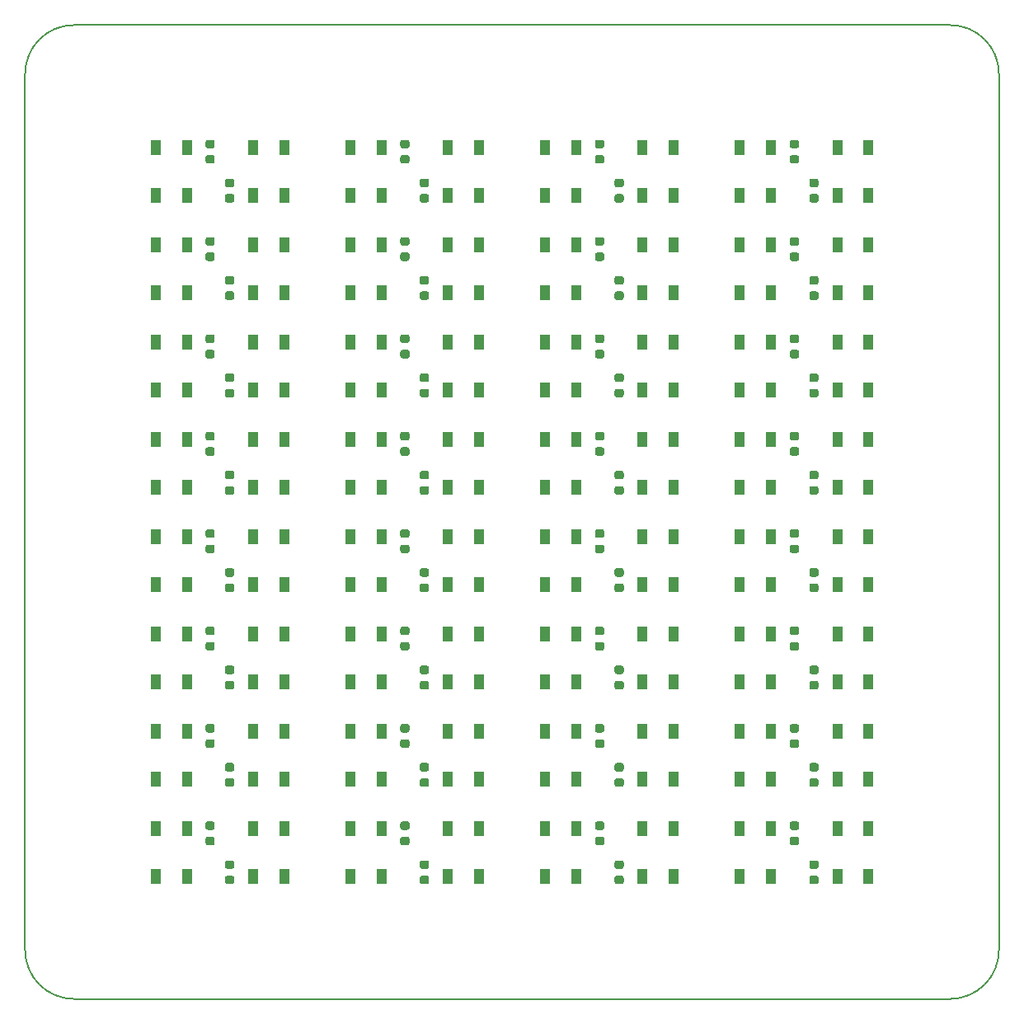
<source format=gbr>
%TF.GenerationSoftware,KiCad,Pcbnew,(5.1.6)-1*%
%TF.CreationDate,2020-12-06T17:28:13+01:00*%
%TF.ProjectId,04_La_Plaque_LEDS,30345f4c-615f-4506-9c61-7175655f4c45,rev?*%
%TF.SameCoordinates,Original*%
%TF.FileFunction,Paste,Top*%
%TF.FilePolarity,Positive*%
%FSLAX46Y46*%
G04 Gerber Fmt 4.6, Leading zero omitted, Abs format (unit mm)*
G04 Created by KiCad (PCBNEW (5.1.6)-1) date 2020-12-06 17:28:13*
%MOMM*%
%LPD*%
G01*
G04 APERTURE LIST*
%TA.AperFunction,Profile*%
%ADD10C,0.150000*%
%TD*%
%ADD11R,1.000000X1.500000*%
G04 APERTURE END LIST*
D10*
X195000000Y-55000000D02*
G75*
G02*
X200000000Y-60000000I0J-5000000D01*
G01*
X200000000Y-150000000D02*
G75*
G02*
X195000000Y-155000000I-5000000J0D01*
G01*
X105000000Y-155000000D02*
G75*
G02*
X100000000Y-150000000I0J5000000D01*
G01*
X100000000Y-60000000D02*
G75*
G02*
X105000000Y-55000000I5000000J0D01*
G01*
X100000000Y-150000000D02*
X100000000Y-60000000D01*
X195000000Y-155000000D02*
X105000000Y-155000000D01*
X200000000Y-60000000D02*
X200000000Y-150000000D01*
X105000000Y-55000000D02*
X195000000Y-55000000D01*
%TO.C,C20*%
G36*
G01*
X138743750Y-106775000D02*
X139256250Y-106775000D01*
G75*
G02*
X139475000Y-106993750I0J-218750D01*
G01*
X139475000Y-107431250D01*
G75*
G02*
X139256250Y-107650000I-218750J0D01*
G01*
X138743750Y-107650000D01*
G75*
G02*
X138525000Y-107431250I0J218750D01*
G01*
X138525000Y-106993750D01*
G75*
G02*
X138743750Y-106775000I218750J0D01*
G01*
G37*
G36*
G01*
X138743750Y-108350000D02*
X139256250Y-108350000D01*
G75*
G02*
X139475000Y-108568750I0J-218750D01*
G01*
X139475000Y-109006250D01*
G75*
G02*
X139256250Y-109225000I-218750J0D01*
G01*
X138743750Y-109225000D01*
G75*
G02*
X138525000Y-109006250I0J218750D01*
G01*
X138525000Y-108568750D01*
G75*
G02*
X138743750Y-108350000I218750J0D01*
G01*
G37*
%TD*%
%TO.C,C11*%
G36*
G01*
X121256250Y-91650000D02*
X120743750Y-91650000D01*
G75*
G02*
X120525000Y-91431250I0J218750D01*
G01*
X120525000Y-90993750D01*
G75*
G02*
X120743750Y-90775000I218750J0D01*
G01*
X121256250Y-90775000D01*
G75*
G02*
X121475000Y-90993750I0J-218750D01*
G01*
X121475000Y-91431250D01*
G75*
G02*
X121256250Y-91650000I-218750J0D01*
G01*
G37*
G36*
G01*
X121256250Y-93225000D02*
X120743750Y-93225000D01*
G75*
G02*
X120525000Y-93006250I0J218750D01*
G01*
X120525000Y-92568750D01*
G75*
G02*
X120743750Y-92350000I218750J0D01*
G01*
X121256250Y-92350000D01*
G75*
G02*
X121475000Y-92568750I0J-218750D01*
G01*
X121475000Y-93006250D01*
G75*
G02*
X121256250Y-93225000I-218750J0D01*
G01*
G37*
%TD*%
%TO.C,C15*%
G36*
G01*
X121256250Y-131650000D02*
X120743750Y-131650000D01*
G75*
G02*
X120525000Y-131431250I0J218750D01*
G01*
X120525000Y-130993750D01*
G75*
G02*
X120743750Y-130775000I218750J0D01*
G01*
X121256250Y-130775000D01*
G75*
G02*
X121475000Y-130993750I0J-218750D01*
G01*
X121475000Y-131431250D01*
G75*
G02*
X121256250Y-131650000I-218750J0D01*
G01*
G37*
G36*
G01*
X121256250Y-133225000D02*
X120743750Y-133225000D01*
G75*
G02*
X120525000Y-133006250I0J218750D01*
G01*
X120525000Y-132568750D01*
G75*
G02*
X120743750Y-132350000I218750J0D01*
G01*
X121256250Y-132350000D01*
G75*
G02*
X121475000Y-132568750I0J-218750D01*
G01*
X121475000Y-133006250D01*
G75*
G02*
X121256250Y-133225000I-218750J0D01*
G01*
G37*
%TD*%
%TO.C,C25*%
G36*
G01*
X141256250Y-71650000D02*
X140743750Y-71650000D01*
G75*
G02*
X140525000Y-71431250I0J218750D01*
G01*
X140525000Y-70993750D01*
G75*
G02*
X140743750Y-70775000I218750J0D01*
G01*
X141256250Y-70775000D01*
G75*
G02*
X141475000Y-70993750I0J-218750D01*
G01*
X141475000Y-71431250D01*
G75*
G02*
X141256250Y-71650000I-218750J0D01*
G01*
G37*
G36*
G01*
X141256250Y-73225000D02*
X140743750Y-73225000D01*
G75*
G02*
X140525000Y-73006250I0J218750D01*
G01*
X140525000Y-72568750D01*
G75*
G02*
X140743750Y-72350000I218750J0D01*
G01*
X141256250Y-72350000D01*
G75*
G02*
X141475000Y-72568750I0J-218750D01*
G01*
X141475000Y-73006250D01*
G75*
G02*
X141256250Y-73225000I-218750J0D01*
G01*
G37*
%TD*%
%TO.C,C35*%
G36*
G01*
X158743750Y-116775000D02*
X159256250Y-116775000D01*
G75*
G02*
X159475000Y-116993750I0J-218750D01*
G01*
X159475000Y-117431250D01*
G75*
G02*
X159256250Y-117650000I-218750J0D01*
G01*
X158743750Y-117650000D01*
G75*
G02*
X158525000Y-117431250I0J218750D01*
G01*
X158525000Y-116993750D01*
G75*
G02*
X158743750Y-116775000I218750J0D01*
G01*
G37*
G36*
G01*
X158743750Y-118350000D02*
X159256250Y-118350000D01*
G75*
G02*
X159475000Y-118568750I0J-218750D01*
G01*
X159475000Y-119006250D01*
G75*
G02*
X159256250Y-119225000I-218750J0D01*
G01*
X158743750Y-119225000D01*
G75*
G02*
X158525000Y-119006250I0J218750D01*
G01*
X158525000Y-118568750D01*
G75*
G02*
X158743750Y-118350000I218750J0D01*
G01*
G37*
%TD*%
%TO.C,C5*%
G36*
G01*
X118743750Y-98350000D02*
X119256250Y-98350000D01*
G75*
G02*
X119475000Y-98568750I0J-218750D01*
G01*
X119475000Y-99006250D01*
G75*
G02*
X119256250Y-99225000I-218750J0D01*
G01*
X118743750Y-99225000D01*
G75*
G02*
X118525000Y-99006250I0J218750D01*
G01*
X118525000Y-98568750D01*
G75*
G02*
X118743750Y-98350000I218750J0D01*
G01*
G37*
G36*
G01*
X118743750Y-96775000D02*
X119256250Y-96775000D01*
G75*
G02*
X119475000Y-96993750I0J-218750D01*
G01*
X119475000Y-97431250D01*
G75*
G02*
X119256250Y-97650000I-218750J0D01*
G01*
X118743750Y-97650000D01*
G75*
G02*
X118525000Y-97431250I0J218750D01*
G01*
X118525000Y-96993750D01*
G75*
G02*
X118743750Y-96775000I218750J0D01*
G01*
G37*
%TD*%
%TO.C,C12*%
G36*
G01*
X121256250Y-101650000D02*
X120743750Y-101650000D01*
G75*
G02*
X120525000Y-101431250I0J218750D01*
G01*
X120525000Y-100993750D01*
G75*
G02*
X120743750Y-100775000I218750J0D01*
G01*
X121256250Y-100775000D01*
G75*
G02*
X121475000Y-100993750I0J-218750D01*
G01*
X121475000Y-101431250D01*
G75*
G02*
X121256250Y-101650000I-218750J0D01*
G01*
G37*
G36*
G01*
X121256250Y-103225000D02*
X120743750Y-103225000D01*
G75*
G02*
X120525000Y-103006250I0J218750D01*
G01*
X120525000Y-102568750D01*
G75*
G02*
X120743750Y-102350000I218750J0D01*
G01*
X121256250Y-102350000D01*
G75*
G02*
X121475000Y-102568750I0J-218750D01*
G01*
X121475000Y-103006250D01*
G75*
G02*
X121256250Y-103225000I-218750J0D01*
G01*
G37*
%TD*%
%TO.C,C22*%
G36*
G01*
X138743750Y-86775000D02*
X139256250Y-86775000D01*
G75*
G02*
X139475000Y-86993750I0J-218750D01*
G01*
X139475000Y-87431250D01*
G75*
G02*
X139256250Y-87650000I-218750J0D01*
G01*
X138743750Y-87650000D01*
G75*
G02*
X138525000Y-87431250I0J218750D01*
G01*
X138525000Y-86993750D01*
G75*
G02*
X138743750Y-86775000I218750J0D01*
G01*
G37*
G36*
G01*
X138743750Y-88350000D02*
X139256250Y-88350000D01*
G75*
G02*
X139475000Y-88568750I0J-218750D01*
G01*
X139475000Y-89006250D01*
G75*
G02*
X139256250Y-89225000I-218750J0D01*
G01*
X138743750Y-89225000D01*
G75*
G02*
X138525000Y-89006250I0J218750D01*
G01*
X138525000Y-88568750D01*
G75*
G02*
X138743750Y-88350000I218750J0D01*
G01*
G37*
%TD*%
%TO.C,C32*%
G36*
G01*
X141256250Y-141650000D02*
X140743750Y-141650000D01*
G75*
G02*
X140525000Y-141431250I0J218750D01*
G01*
X140525000Y-140993750D01*
G75*
G02*
X140743750Y-140775000I218750J0D01*
G01*
X141256250Y-140775000D01*
G75*
G02*
X141475000Y-140993750I0J-218750D01*
G01*
X141475000Y-141431250D01*
G75*
G02*
X141256250Y-141650000I-218750J0D01*
G01*
G37*
G36*
G01*
X141256250Y-143225000D02*
X140743750Y-143225000D01*
G75*
G02*
X140525000Y-143006250I0J218750D01*
G01*
X140525000Y-142568750D01*
G75*
G02*
X140743750Y-142350000I218750J0D01*
G01*
X141256250Y-142350000D01*
G75*
G02*
X141475000Y-142568750I0J-218750D01*
G01*
X141475000Y-143006250D01*
G75*
G02*
X141256250Y-143225000I-218750J0D01*
G01*
G37*
%TD*%
%TO.C,C2*%
G36*
G01*
X118743750Y-126775000D02*
X119256250Y-126775000D01*
G75*
G02*
X119475000Y-126993750I0J-218750D01*
G01*
X119475000Y-127431250D01*
G75*
G02*
X119256250Y-127650000I-218750J0D01*
G01*
X118743750Y-127650000D01*
G75*
G02*
X118525000Y-127431250I0J218750D01*
G01*
X118525000Y-126993750D01*
G75*
G02*
X118743750Y-126775000I218750J0D01*
G01*
G37*
G36*
G01*
X118743750Y-128350000D02*
X119256250Y-128350000D01*
G75*
G02*
X119475000Y-128568750I0J-218750D01*
G01*
X119475000Y-129006250D01*
G75*
G02*
X119256250Y-129225000I-218750J0D01*
G01*
X118743750Y-129225000D01*
G75*
G02*
X118525000Y-129006250I0J218750D01*
G01*
X118525000Y-128568750D01*
G75*
G02*
X118743750Y-128350000I218750J0D01*
G01*
G37*
%TD*%
%TO.C,C16*%
G36*
G01*
X121256250Y-141650000D02*
X120743750Y-141650000D01*
G75*
G02*
X120525000Y-141431250I0J218750D01*
G01*
X120525000Y-140993750D01*
G75*
G02*
X120743750Y-140775000I218750J0D01*
G01*
X121256250Y-140775000D01*
G75*
G02*
X121475000Y-140993750I0J-218750D01*
G01*
X121475000Y-141431250D01*
G75*
G02*
X121256250Y-141650000I-218750J0D01*
G01*
G37*
G36*
G01*
X121256250Y-143225000D02*
X120743750Y-143225000D01*
G75*
G02*
X120525000Y-143006250I0J218750D01*
G01*
X120525000Y-142568750D01*
G75*
G02*
X120743750Y-142350000I218750J0D01*
G01*
X121256250Y-142350000D01*
G75*
G02*
X121475000Y-142568750I0J-218750D01*
G01*
X121475000Y-143006250D01*
G75*
G02*
X121256250Y-143225000I-218750J0D01*
G01*
G37*
%TD*%
%TO.C,C26*%
G36*
G01*
X141256250Y-81650000D02*
X140743750Y-81650000D01*
G75*
G02*
X140525000Y-81431250I0J218750D01*
G01*
X140525000Y-80993750D01*
G75*
G02*
X140743750Y-80775000I218750J0D01*
G01*
X141256250Y-80775000D01*
G75*
G02*
X141475000Y-80993750I0J-218750D01*
G01*
X141475000Y-81431250D01*
G75*
G02*
X141256250Y-81650000I-218750J0D01*
G01*
G37*
G36*
G01*
X141256250Y-83225000D02*
X140743750Y-83225000D01*
G75*
G02*
X140525000Y-83006250I0J218750D01*
G01*
X140525000Y-82568750D01*
G75*
G02*
X140743750Y-82350000I218750J0D01*
G01*
X141256250Y-82350000D01*
G75*
G02*
X141475000Y-82568750I0J-218750D01*
G01*
X141475000Y-83006250D01*
G75*
G02*
X141256250Y-83225000I-218750J0D01*
G01*
G37*
%TD*%
%TO.C,C36*%
G36*
G01*
X158743750Y-106775000D02*
X159256250Y-106775000D01*
G75*
G02*
X159475000Y-106993750I0J-218750D01*
G01*
X159475000Y-107431250D01*
G75*
G02*
X159256250Y-107650000I-218750J0D01*
G01*
X158743750Y-107650000D01*
G75*
G02*
X158525000Y-107431250I0J218750D01*
G01*
X158525000Y-106993750D01*
G75*
G02*
X158743750Y-106775000I218750J0D01*
G01*
G37*
G36*
G01*
X158743750Y-108350000D02*
X159256250Y-108350000D01*
G75*
G02*
X159475000Y-108568750I0J-218750D01*
G01*
X159475000Y-109006250D01*
G75*
G02*
X159256250Y-109225000I-218750J0D01*
G01*
X158743750Y-109225000D01*
G75*
G02*
X158525000Y-109006250I0J218750D01*
G01*
X158525000Y-108568750D01*
G75*
G02*
X158743750Y-108350000I218750J0D01*
G01*
G37*
%TD*%
%TO.C,C6*%
G36*
G01*
X118743750Y-88350000D02*
X119256250Y-88350000D01*
G75*
G02*
X119475000Y-88568750I0J-218750D01*
G01*
X119475000Y-89006250D01*
G75*
G02*
X119256250Y-89225000I-218750J0D01*
G01*
X118743750Y-89225000D01*
G75*
G02*
X118525000Y-89006250I0J218750D01*
G01*
X118525000Y-88568750D01*
G75*
G02*
X118743750Y-88350000I218750J0D01*
G01*
G37*
G36*
G01*
X118743750Y-86775000D02*
X119256250Y-86775000D01*
G75*
G02*
X119475000Y-86993750I0J-218750D01*
G01*
X119475000Y-87431250D01*
G75*
G02*
X119256250Y-87650000I-218750J0D01*
G01*
X118743750Y-87650000D01*
G75*
G02*
X118525000Y-87431250I0J218750D01*
G01*
X118525000Y-86993750D01*
G75*
G02*
X118743750Y-86775000I218750J0D01*
G01*
G37*
%TD*%
%TO.C,C19*%
G36*
G01*
X138743750Y-116775000D02*
X139256250Y-116775000D01*
G75*
G02*
X139475000Y-116993750I0J-218750D01*
G01*
X139475000Y-117431250D01*
G75*
G02*
X139256250Y-117650000I-218750J0D01*
G01*
X138743750Y-117650000D01*
G75*
G02*
X138525000Y-117431250I0J218750D01*
G01*
X138525000Y-116993750D01*
G75*
G02*
X138743750Y-116775000I218750J0D01*
G01*
G37*
G36*
G01*
X138743750Y-118350000D02*
X139256250Y-118350000D01*
G75*
G02*
X139475000Y-118568750I0J-218750D01*
G01*
X139475000Y-119006250D01*
G75*
G02*
X139256250Y-119225000I-218750J0D01*
G01*
X138743750Y-119225000D01*
G75*
G02*
X138525000Y-119006250I0J218750D01*
G01*
X138525000Y-118568750D01*
G75*
G02*
X138743750Y-118350000I218750J0D01*
G01*
G37*
%TD*%
%TO.C,C29*%
G36*
G01*
X141256250Y-113225000D02*
X140743750Y-113225000D01*
G75*
G02*
X140525000Y-113006250I0J218750D01*
G01*
X140525000Y-112568750D01*
G75*
G02*
X140743750Y-112350000I218750J0D01*
G01*
X141256250Y-112350000D01*
G75*
G02*
X141475000Y-112568750I0J-218750D01*
G01*
X141475000Y-113006250D01*
G75*
G02*
X141256250Y-113225000I-218750J0D01*
G01*
G37*
G36*
G01*
X141256250Y-111650000D02*
X140743750Y-111650000D01*
G75*
G02*
X140525000Y-111431250I0J218750D01*
G01*
X140525000Y-110993750D01*
G75*
G02*
X140743750Y-110775000I218750J0D01*
G01*
X141256250Y-110775000D01*
G75*
G02*
X141475000Y-110993750I0J-218750D01*
G01*
X141475000Y-111431250D01*
G75*
G02*
X141256250Y-111650000I-218750J0D01*
G01*
G37*
%TD*%
%TO.C,C39*%
G36*
G01*
X158743750Y-78350000D02*
X159256250Y-78350000D01*
G75*
G02*
X159475000Y-78568750I0J-218750D01*
G01*
X159475000Y-79006250D01*
G75*
G02*
X159256250Y-79225000I-218750J0D01*
G01*
X158743750Y-79225000D01*
G75*
G02*
X158525000Y-79006250I0J218750D01*
G01*
X158525000Y-78568750D01*
G75*
G02*
X158743750Y-78350000I218750J0D01*
G01*
G37*
G36*
G01*
X158743750Y-76775000D02*
X159256250Y-76775000D01*
G75*
G02*
X159475000Y-76993750I0J-218750D01*
G01*
X159475000Y-77431250D01*
G75*
G02*
X159256250Y-77650000I-218750J0D01*
G01*
X158743750Y-77650000D01*
G75*
G02*
X158525000Y-77431250I0J218750D01*
G01*
X158525000Y-76993750D01*
G75*
G02*
X158743750Y-76775000I218750J0D01*
G01*
G37*
%TD*%
%TO.C,C9*%
G36*
G01*
X121256250Y-73225000D02*
X120743750Y-73225000D01*
G75*
G02*
X120525000Y-73006250I0J218750D01*
G01*
X120525000Y-72568750D01*
G75*
G02*
X120743750Y-72350000I218750J0D01*
G01*
X121256250Y-72350000D01*
G75*
G02*
X121475000Y-72568750I0J-218750D01*
G01*
X121475000Y-73006250D01*
G75*
G02*
X121256250Y-73225000I-218750J0D01*
G01*
G37*
G36*
G01*
X121256250Y-71650000D02*
X120743750Y-71650000D01*
G75*
G02*
X120525000Y-71431250I0J218750D01*
G01*
X120525000Y-70993750D01*
G75*
G02*
X120743750Y-70775000I218750J0D01*
G01*
X121256250Y-70775000D01*
G75*
G02*
X121475000Y-70993750I0J-218750D01*
G01*
X121475000Y-71431250D01*
G75*
G02*
X121256250Y-71650000I-218750J0D01*
G01*
G37*
%TD*%
%TO.C,C17*%
G36*
G01*
X138743750Y-138350000D02*
X139256250Y-138350000D01*
G75*
G02*
X139475000Y-138568750I0J-218750D01*
G01*
X139475000Y-139006250D01*
G75*
G02*
X139256250Y-139225000I-218750J0D01*
G01*
X138743750Y-139225000D01*
G75*
G02*
X138525000Y-139006250I0J218750D01*
G01*
X138525000Y-138568750D01*
G75*
G02*
X138743750Y-138350000I218750J0D01*
G01*
G37*
G36*
G01*
X138743750Y-136775000D02*
X139256250Y-136775000D01*
G75*
G02*
X139475000Y-136993750I0J-218750D01*
G01*
X139475000Y-137431250D01*
G75*
G02*
X139256250Y-137650000I-218750J0D01*
G01*
X138743750Y-137650000D01*
G75*
G02*
X138525000Y-137431250I0J218750D01*
G01*
X138525000Y-136993750D01*
G75*
G02*
X138743750Y-136775000I218750J0D01*
G01*
G37*
%TD*%
%TO.C,C27*%
G36*
G01*
X141256250Y-93225000D02*
X140743750Y-93225000D01*
G75*
G02*
X140525000Y-93006250I0J218750D01*
G01*
X140525000Y-92568750D01*
G75*
G02*
X140743750Y-92350000I218750J0D01*
G01*
X141256250Y-92350000D01*
G75*
G02*
X141475000Y-92568750I0J-218750D01*
G01*
X141475000Y-93006250D01*
G75*
G02*
X141256250Y-93225000I-218750J0D01*
G01*
G37*
G36*
G01*
X141256250Y-91650000D02*
X140743750Y-91650000D01*
G75*
G02*
X140525000Y-91431250I0J218750D01*
G01*
X140525000Y-90993750D01*
G75*
G02*
X140743750Y-90775000I218750J0D01*
G01*
X141256250Y-90775000D01*
G75*
G02*
X141475000Y-90993750I0J-218750D01*
G01*
X141475000Y-91431250D01*
G75*
G02*
X141256250Y-91650000I-218750J0D01*
G01*
G37*
%TD*%
%TO.C,C37*%
G36*
G01*
X158743750Y-96775000D02*
X159256250Y-96775000D01*
G75*
G02*
X159475000Y-96993750I0J-218750D01*
G01*
X159475000Y-97431250D01*
G75*
G02*
X159256250Y-97650000I-218750J0D01*
G01*
X158743750Y-97650000D01*
G75*
G02*
X158525000Y-97431250I0J218750D01*
G01*
X158525000Y-96993750D01*
G75*
G02*
X158743750Y-96775000I218750J0D01*
G01*
G37*
G36*
G01*
X158743750Y-98350000D02*
X159256250Y-98350000D01*
G75*
G02*
X159475000Y-98568750I0J-218750D01*
G01*
X159475000Y-99006250D01*
G75*
G02*
X159256250Y-99225000I-218750J0D01*
G01*
X158743750Y-99225000D01*
G75*
G02*
X158525000Y-99006250I0J218750D01*
G01*
X158525000Y-98568750D01*
G75*
G02*
X158743750Y-98350000I218750J0D01*
G01*
G37*
%TD*%
%TO.C,C7*%
G36*
G01*
X118743750Y-78350000D02*
X119256250Y-78350000D01*
G75*
G02*
X119475000Y-78568750I0J-218750D01*
G01*
X119475000Y-79006250D01*
G75*
G02*
X119256250Y-79225000I-218750J0D01*
G01*
X118743750Y-79225000D01*
G75*
G02*
X118525000Y-79006250I0J218750D01*
G01*
X118525000Y-78568750D01*
G75*
G02*
X118743750Y-78350000I218750J0D01*
G01*
G37*
G36*
G01*
X118743750Y-76775000D02*
X119256250Y-76775000D01*
G75*
G02*
X119475000Y-76993750I0J-218750D01*
G01*
X119475000Y-77431250D01*
G75*
G02*
X119256250Y-77650000I-218750J0D01*
G01*
X118743750Y-77650000D01*
G75*
G02*
X118525000Y-77431250I0J218750D01*
G01*
X118525000Y-76993750D01*
G75*
G02*
X118743750Y-76775000I218750J0D01*
G01*
G37*
%TD*%
%TO.C,C30*%
G36*
G01*
X141256250Y-121650000D02*
X140743750Y-121650000D01*
G75*
G02*
X140525000Y-121431250I0J218750D01*
G01*
X140525000Y-120993750D01*
G75*
G02*
X140743750Y-120775000I218750J0D01*
G01*
X141256250Y-120775000D01*
G75*
G02*
X141475000Y-120993750I0J-218750D01*
G01*
X141475000Y-121431250D01*
G75*
G02*
X141256250Y-121650000I-218750J0D01*
G01*
G37*
G36*
G01*
X141256250Y-123225000D02*
X140743750Y-123225000D01*
G75*
G02*
X140525000Y-123006250I0J218750D01*
G01*
X140525000Y-122568750D01*
G75*
G02*
X140743750Y-122350000I218750J0D01*
G01*
X141256250Y-122350000D01*
G75*
G02*
X141475000Y-122568750I0J-218750D01*
G01*
X141475000Y-123006250D01*
G75*
G02*
X141256250Y-123225000I-218750J0D01*
G01*
G37*
%TD*%
%TO.C,C40*%
G36*
G01*
X158743750Y-68350000D02*
X159256250Y-68350000D01*
G75*
G02*
X159475000Y-68568750I0J-218750D01*
G01*
X159475000Y-69006250D01*
G75*
G02*
X159256250Y-69225000I-218750J0D01*
G01*
X158743750Y-69225000D01*
G75*
G02*
X158525000Y-69006250I0J218750D01*
G01*
X158525000Y-68568750D01*
G75*
G02*
X158743750Y-68350000I218750J0D01*
G01*
G37*
G36*
G01*
X158743750Y-66775000D02*
X159256250Y-66775000D01*
G75*
G02*
X159475000Y-66993750I0J-218750D01*
G01*
X159475000Y-67431250D01*
G75*
G02*
X159256250Y-67650000I-218750J0D01*
G01*
X158743750Y-67650000D01*
G75*
G02*
X158525000Y-67431250I0J218750D01*
G01*
X158525000Y-66993750D01*
G75*
G02*
X158743750Y-66775000I218750J0D01*
G01*
G37*
%TD*%
%TO.C,C10*%
G36*
G01*
X121256250Y-83225000D02*
X120743750Y-83225000D01*
G75*
G02*
X120525000Y-83006250I0J218750D01*
G01*
X120525000Y-82568750D01*
G75*
G02*
X120743750Y-82350000I218750J0D01*
G01*
X121256250Y-82350000D01*
G75*
G02*
X121475000Y-82568750I0J-218750D01*
G01*
X121475000Y-83006250D01*
G75*
G02*
X121256250Y-83225000I-218750J0D01*
G01*
G37*
G36*
G01*
X121256250Y-81650000D02*
X120743750Y-81650000D01*
G75*
G02*
X120525000Y-81431250I0J218750D01*
G01*
X120525000Y-80993750D01*
G75*
G02*
X120743750Y-80775000I218750J0D01*
G01*
X121256250Y-80775000D01*
G75*
G02*
X121475000Y-80993750I0J-218750D01*
G01*
X121475000Y-81431250D01*
G75*
G02*
X121256250Y-81650000I-218750J0D01*
G01*
G37*
%TD*%
%TO.C,C18*%
G36*
G01*
X138743750Y-128350000D02*
X139256250Y-128350000D01*
G75*
G02*
X139475000Y-128568750I0J-218750D01*
G01*
X139475000Y-129006250D01*
G75*
G02*
X139256250Y-129225000I-218750J0D01*
G01*
X138743750Y-129225000D01*
G75*
G02*
X138525000Y-129006250I0J218750D01*
G01*
X138525000Y-128568750D01*
G75*
G02*
X138743750Y-128350000I218750J0D01*
G01*
G37*
G36*
G01*
X138743750Y-126775000D02*
X139256250Y-126775000D01*
G75*
G02*
X139475000Y-126993750I0J-218750D01*
G01*
X139475000Y-127431250D01*
G75*
G02*
X139256250Y-127650000I-218750J0D01*
G01*
X138743750Y-127650000D01*
G75*
G02*
X138525000Y-127431250I0J218750D01*
G01*
X138525000Y-126993750D01*
G75*
G02*
X138743750Y-126775000I218750J0D01*
G01*
G37*
%TD*%
%TO.C,C28*%
G36*
G01*
X141256250Y-103225000D02*
X140743750Y-103225000D01*
G75*
G02*
X140525000Y-103006250I0J218750D01*
G01*
X140525000Y-102568750D01*
G75*
G02*
X140743750Y-102350000I218750J0D01*
G01*
X141256250Y-102350000D01*
G75*
G02*
X141475000Y-102568750I0J-218750D01*
G01*
X141475000Y-103006250D01*
G75*
G02*
X141256250Y-103225000I-218750J0D01*
G01*
G37*
G36*
G01*
X141256250Y-101650000D02*
X140743750Y-101650000D01*
G75*
G02*
X140525000Y-101431250I0J218750D01*
G01*
X140525000Y-100993750D01*
G75*
G02*
X140743750Y-100775000I218750J0D01*
G01*
X141256250Y-100775000D01*
G75*
G02*
X141475000Y-100993750I0J-218750D01*
G01*
X141475000Y-101431250D01*
G75*
G02*
X141256250Y-101650000I-218750J0D01*
G01*
G37*
%TD*%
%TO.C,C38*%
G36*
G01*
X158743750Y-88350000D02*
X159256250Y-88350000D01*
G75*
G02*
X159475000Y-88568750I0J-218750D01*
G01*
X159475000Y-89006250D01*
G75*
G02*
X159256250Y-89225000I-218750J0D01*
G01*
X158743750Y-89225000D01*
G75*
G02*
X158525000Y-89006250I0J218750D01*
G01*
X158525000Y-88568750D01*
G75*
G02*
X158743750Y-88350000I218750J0D01*
G01*
G37*
G36*
G01*
X158743750Y-86775000D02*
X159256250Y-86775000D01*
G75*
G02*
X159475000Y-86993750I0J-218750D01*
G01*
X159475000Y-87431250D01*
G75*
G02*
X159256250Y-87650000I-218750J0D01*
G01*
X158743750Y-87650000D01*
G75*
G02*
X158525000Y-87431250I0J218750D01*
G01*
X158525000Y-86993750D01*
G75*
G02*
X158743750Y-86775000I218750J0D01*
G01*
G37*
%TD*%
%TO.C,C8*%
G36*
G01*
X118743750Y-68350000D02*
X119256250Y-68350000D01*
G75*
G02*
X119475000Y-68568750I0J-218750D01*
G01*
X119475000Y-69006250D01*
G75*
G02*
X119256250Y-69225000I-218750J0D01*
G01*
X118743750Y-69225000D01*
G75*
G02*
X118525000Y-69006250I0J218750D01*
G01*
X118525000Y-68568750D01*
G75*
G02*
X118743750Y-68350000I218750J0D01*
G01*
G37*
G36*
G01*
X118743750Y-66775000D02*
X119256250Y-66775000D01*
G75*
G02*
X119475000Y-66993750I0J-218750D01*
G01*
X119475000Y-67431250D01*
G75*
G02*
X119256250Y-67650000I-218750J0D01*
G01*
X118743750Y-67650000D01*
G75*
G02*
X118525000Y-67431250I0J218750D01*
G01*
X118525000Y-66993750D01*
G75*
G02*
X118743750Y-66775000I218750J0D01*
G01*
G37*
%TD*%
%TO.C,C13*%
G36*
G01*
X121256250Y-113225000D02*
X120743750Y-113225000D01*
G75*
G02*
X120525000Y-113006250I0J218750D01*
G01*
X120525000Y-112568750D01*
G75*
G02*
X120743750Y-112350000I218750J0D01*
G01*
X121256250Y-112350000D01*
G75*
G02*
X121475000Y-112568750I0J-218750D01*
G01*
X121475000Y-113006250D01*
G75*
G02*
X121256250Y-113225000I-218750J0D01*
G01*
G37*
G36*
G01*
X121256250Y-111650000D02*
X120743750Y-111650000D01*
G75*
G02*
X120525000Y-111431250I0J218750D01*
G01*
X120525000Y-110993750D01*
G75*
G02*
X120743750Y-110775000I218750J0D01*
G01*
X121256250Y-110775000D01*
G75*
G02*
X121475000Y-110993750I0J-218750D01*
G01*
X121475000Y-111431250D01*
G75*
G02*
X121256250Y-111650000I-218750J0D01*
G01*
G37*
%TD*%
%TO.C,C23*%
G36*
G01*
X138743750Y-78350000D02*
X139256250Y-78350000D01*
G75*
G02*
X139475000Y-78568750I0J-218750D01*
G01*
X139475000Y-79006250D01*
G75*
G02*
X139256250Y-79225000I-218750J0D01*
G01*
X138743750Y-79225000D01*
G75*
G02*
X138525000Y-79006250I0J218750D01*
G01*
X138525000Y-78568750D01*
G75*
G02*
X138743750Y-78350000I218750J0D01*
G01*
G37*
G36*
G01*
X138743750Y-76775000D02*
X139256250Y-76775000D01*
G75*
G02*
X139475000Y-76993750I0J-218750D01*
G01*
X139475000Y-77431250D01*
G75*
G02*
X139256250Y-77650000I-218750J0D01*
G01*
X138743750Y-77650000D01*
G75*
G02*
X138525000Y-77431250I0J218750D01*
G01*
X138525000Y-76993750D01*
G75*
G02*
X138743750Y-76775000I218750J0D01*
G01*
G37*
%TD*%
%TO.C,C33*%
G36*
G01*
X158743750Y-138350000D02*
X159256250Y-138350000D01*
G75*
G02*
X159475000Y-138568750I0J-218750D01*
G01*
X159475000Y-139006250D01*
G75*
G02*
X159256250Y-139225000I-218750J0D01*
G01*
X158743750Y-139225000D01*
G75*
G02*
X158525000Y-139006250I0J218750D01*
G01*
X158525000Y-138568750D01*
G75*
G02*
X158743750Y-138350000I218750J0D01*
G01*
G37*
G36*
G01*
X158743750Y-136775000D02*
X159256250Y-136775000D01*
G75*
G02*
X159475000Y-136993750I0J-218750D01*
G01*
X159475000Y-137431250D01*
G75*
G02*
X159256250Y-137650000I-218750J0D01*
G01*
X158743750Y-137650000D01*
G75*
G02*
X158525000Y-137431250I0J218750D01*
G01*
X158525000Y-136993750D01*
G75*
G02*
X158743750Y-136775000I218750J0D01*
G01*
G37*
%TD*%
%TO.C,C3*%
G36*
G01*
X118743750Y-116775000D02*
X119256250Y-116775000D01*
G75*
G02*
X119475000Y-116993750I0J-218750D01*
G01*
X119475000Y-117431250D01*
G75*
G02*
X119256250Y-117650000I-218750J0D01*
G01*
X118743750Y-117650000D01*
G75*
G02*
X118525000Y-117431250I0J218750D01*
G01*
X118525000Y-116993750D01*
G75*
G02*
X118743750Y-116775000I218750J0D01*
G01*
G37*
G36*
G01*
X118743750Y-118350000D02*
X119256250Y-118350000D01*
G75*
G02*
X119475000Y-118568750I0J-218750D01*
G01*
X119475000Y-119006250D01*
G75*
G02*
X119256250Y-119225000I-218750J0D01*
G01*
X118743750Y-119225000D01*
G75*
G02*
X118525000Y-119006250I0J218750D01*
G01*
X118525000Y-118568750D01*
G75*
G02*
X118743750Y-118350000I218750J0D01*
G01*
G37*
%TD*%
%TO.C,C21*%
G36*
G01*
X138743750Y-96775000D02*
X139256250Y-96775000D01*
G75*
G02*
X139475000Y-96993750I0J-218750D01*
G01*
X139475000Y-97431250D01*
G75*
G02*
X139256250Y-97650000I-218750J0D01*
G01*
X138743750Y-97650000D01*
G75*
G02*
X138525000Y-97431250I0J218750D01*
G01*
X138525000Y-96993750D01*
G75*
G02*
X138743750Y-96775000I218750J0D01*
G01*
G37*
G36*
G01*
X138743750Y-98350000D02*
X139256250Y-98350000D01*
G75*
G02*
X139475000Y-98568750I0J-218750D01*
G01*
X139475000Y-99006250D01*
G75*
G02*
X139256250Y-99225000I-218750J0D01*
G01*
X138743750Y-99225000D01*
G75*
G02*
X138525000Y-99006250I0J218750D01*
G01*
X138525000Y-98568750D01*
G75*
G02*
X138743750Y-98350000I218750J0D01*
G01*
G37*
%TD*%
%TO.C,C31*%
G36*
G01*
X141256250Y-133225000D02*
X140743750Y-133225000D01*
G75*
G02*
X140525000Y-133006250I0J218750D01*
G01*
X140525000Y-132568750D01*
G75*
G02*
X140743750Y-132350000I218750J0D01*
G01*
X141256250Y-132350000D01*
G75*
G02*
X141475000Y-132568750I0J-218750D01*
G01*
X141475000Y-133006250D01*
G75*
G02*
X141256250Y-133225000I-218750J0D01*
G01*
G37*
G36*
G01*
X141256250Y-131650000D02*
X140743750Y-131650000D01*
G75*
G02*
X140525000Y-131431250I0J218750D01*
G01*
X140525000Y-130993750D01*
G75*
G02*
X140743750Y-130775000I218750J0D01*
G01*
X141256250Y-130775000D01*
G75*
G02*
X141475000Y-130993750I0J-218750D01*
G01*
X141475000Y-131431250D01*
G75*
G02*
X141256250Y-131650000I-218750J0D01*
G01*
G37*
%TD*%
%TO.C,C1*%
G36*
G01*
X118743750Y-138350000D02*
X119256250Y-138350000D01*
G75*
G02*
X119475000Y-138568750I0J-218750D01*
G01*
X119475000Y-139006250D01*
G75*
G02*
X119256250Y-139225000I-218750J0D01*
G01*
X118743750Y-139225000D01*
G75*
G02*
X118525000Y-139006250I0J218750D01*
G01*
X118525000Y-138568750D01*
G75*
G02*
X118743750Y-138350000I218750J0D01*
G01*
G37*
G36*
G01*
X118743750Y-136775000D02*
X119256250Y-136775000D01*
G75*
G02*
X119475000Y-136993750I0J-218750D01*
G01*
X119475000Y-137431250D01*
G75*
G02*
X119256250Y-137650000I-218750J0D01*
G01*
X118743750Y-137650000D01*
G75*
G02*
X118525000Y-137431250I0J218750D01*
G01*
X118525000Y-136993750D01*
G75*
G02*
X118743750Y-136775000I218750J0D01*
G01*
G37*
%TD*%
%TO.C,C14*%
G36*
G01*
X121256250Y-123225000D02*
X120743750Y-123225000D01*
G75*
G02*
X120525000Y-123006250I0J218750D01*
G01*
X120525000Y-122568750D01*
G75*
G02*
X120743750Y-122350000I218750J0D01*
G01*
X121256250Y-122350000D01*
G75*
G02*
X121475000Y-122568750I0J-218750D01*
G01*
X121475000Y-123006250D01*
G75*
G02*
X121256250Y-123225000I-218750J0D01*
G01*
G37*
G36*
G01*
X121256250Y-121650000D02*
X120743750Y-121650000D01*
G75*
G02*
X120525000Y-121431250I0J218750D01*
G01*
X120525000Y-120993750D01*
G75*
G02*
X120743750Y-120775000I218750J0D01*
G01*
X121256250Y-120775000D01*
G75*
G02*
X121475000Y-120993750I0J-218750D01*
G01*
X121475000Y-121431250D01*
G75*
G02*
X121256250Y-121650000I-218750J0D01*
G01*
G37*
%TD*%
%TO.C,C24*%
G36*
G01*
X138743750Y-68350000D02*
X139256250Y-68350000D01*
G75*
G02*
X139475000Y-68568750I0J-218750D01*
G01*
X139475000Y-69006250D01*
G75*
G02*
X139256250Y-69225000I-218750J0D01*
G01*
X138743750Y-69225000D01*
G75*
G02*
X138525000Y-69006250I0J218750D01*
G01*
X138525000Y-68568750D01*
G75*
G02*
X138743750Y-68350000I218750J0D01*
G01*
G37*
G36*
G01*
X138743750Y-66775000D02*
X139256250Y-66775000D01*
G75*
G02*
X139475000Y-66993750I0J-218750D01*
G01*
X139475000Y-67431250D01*
G75*
G02*
X139256250Y-67650000I-218750J0D01*
G01*
X138743750Y-67650000D01*
G75*
G02*
X138525000Y-67431250I0J218750D01*
G01*
X138525000Y-66993750D01*
G75*
G02*
X138743750Y-66775000I218750J0D01*
G01*
G37*
%TD*%
%TO.C,C34*%
G36*
G01*
X158743750Y-128350000D02*
X159256250Y-128350000D01*
G75*
G02*
X159475000Y-128568750I0J-218750D01*
G01*
X159475000Y-129006250D01*
G75*
G02*
X159256250Y-129225000I-218750J0D01*
G01*
X158743750Y-129225000D01*
G75*
G02*
X158525000Y-129006250I0J218750D01*
G01*
X158525000Y-128568750D01*
G75*
G02*
X158743750Y-128350000I218750J0D01*
G01*
G37*
G36*
G01*
X158743750Y-126775000D02*
X159256250Y-126775000D01*
G75*
G02*
X159475000Y-126993750I0J-218750D01*
G01*
X159475000Y-127431250D01*
G75*
G02*
X159256250Y-127650000I-218750J0D01*
G01*
X158743750Y-127650000D01*
G75*
G02*
X158525000Y-127431250I0J218750D01*
G01*
X158525000Y-126993750D01*
G75*
G02*
X158743750Y-126775000I218750J0D01*
G01*
G37*
%TD*%
%TO.C,C4*%
G36*
G01*
X118743750Y-106775000D02*
X119256250Y-106775000D01*
G75*
G02*
X119475000Y-106993750I0J-218750D01*
G01*
X119475000Y-107431250D01*
G75*
G02*
X119256250Y-107650000I-218750J0D01*
G01*
X118743750Y-107650000D01*
G75*
G02*
X118525000Y-107431250I0J218750D01*
G01*
X118525000Y-106993750D01*
G75*
G02*
X118743750Y-106775000I218750J0D01*
G01*
G37*
G36*
G01*
X118743750Y-108350000D02*
X119256250Y-108350000D01*
G75*
G02*
X119475000Y-108568750I0J-218750D01*
G01*
X119475000Y-109006250D01*
G75*
G02*
X119256250Y-109225000I-218750J0D01*
G01*
X118743750Y-109225000D01*
G75*
G02*
X118525000Y-109006250I0J218750D01*
G01*
X118525000Y-108568750D01*
G75*
G02*
X118743750Y-108350000I218750J0D01*
G01*
G37*
%TD*%
%TO.C,C55*%
G36*
G01*
X178743750Y-76775000D02*
X179256250Y-76775000D01*
G75*
G02*
X179475000Y-76993750I0J-218750D01*
G01*
X179475000Y-77431250D01*
G75*
G02*
X179256250Y-77650000I-218750J0D01*
G01*
X178743750Y-77650000D01*
G75*
G02*
X178525000Y-77431250I0J218750D01*
G01*
X178525000Y-76993750D01*
G75*
G02*
X178743750Y-76775000I218750J0D01*
G01*
G37*
G36*
G01*
X178743750Y-78350000D02*
X179256250Y-78350000D01*
G75*
G02*
X179475000Y-78568750I0J-218750D01*
G01*
X179475000Y-79006250D01*
G75*
G02*
X179256250Y-79225000I-218750J0D01*
G01*
X178743750Y-79225000D01*
G75*
G02*
X178525000Y-79006250I0J218750D01*
G01*
X178525000Y-78568750D01*
G75*
G02*
X178743750Y-78350000I218750J0D01*
G01*
G37*
%TD*%
%TO.C,C62*%
G36*
G01*
X181256250Y-121650000D02*
X180743750Y-121650000D01*
G75*
G02*
X180525000Y-121431250I0J218750D01*
G01*
X180525000Y-120993750D01*
G75*
G02*
X180743750Y-120775000I218750J0D01*
G01*
X181256250Y-120775000D01*
G75*
G02*
X181475000Y-120993750I0J-218750D01*
G01*
X181475000Y-121431250D01*
G75*
G02*
X181256250Y-121650000I-218750J0D01*
G01*
G37*
G36*
G01*
X181256250Y-123225000D02*
X180743750Y-123225000D01*
G75*
G02*
X180525000Y-123006250I0J218750D01*
G01*
X180525000Y-122568750D01*
G75*
G02*
X180743750Y-122350000I218750J0D01*
G01*
X181256250Y-122350000D01*
G75*
G02*
X181475000Y-122568750I0J-218750D01*
G01*
X181475000Y-123006250D01*
G75*
G02*
X181256250Y-123225000I-218750J0D01*
G01*
G37*
%TD*%
%TO.C,C45*%
G36*
G01*
X161256250Y-113225000D02*
X160743750Y-113225000D01*
G75*
G02*
X160525000Y-113006250I0J218750D01*
G01*
X160525000Y-112568750D01*
G75*
G02*
X160743750Y-112350000I218750J0D01*
G01*
X161256250Y-112350000D01*
G75*
G02*
X161475000Y-112568750I0J-218750D01*
G01*
X161475000Y-113006250D01*
G75*
G02*
X161256250Y-113225000I-218750J0D01*
G01*
G37*
G36*
G01*
X161256250Y-111650000D02*
X160743750Y-111650000D01*
G75*
G02*
X160525000Y-111431250I0J218750D01*
G01*
X160525000Y-110993750D01*
G75*
G02*
X160743750Y-110775000I218750J0D01*
G01*
X161256250Y-110775000D01*
G75*
G02*
X161475000Y-110993750I0J-218750D01*
G01*
X161475000Y-111431250D01*
G75*
G02*
X161256250Y-111650000I-218750J0D01*
G01*
G37*
%TD*%
%TO.C,C52*%
G36*
G01*
X178743750Y-108350000D02*
X179256250Y-108350000D01*
G75*
G02*
X179475000Y-108568750I0J-218750D01*
G01*
X179475000Y-109006250D01*
G75*
G02*
X179256250Y-109225000I-218750J0D01*
G01*
X178743750Y-109225000D01*
G75*
G02*
X178525000Y-109006250I0J218750D01*
G01*
X178525000Y-108568750D01*
G75*
G02*
X178743750Y-108350000I218750J0D01*
G01*
G37*
G36*
G01*
X178743750Y-106775000D02*
X179256250Y-106775000D01*
G75*
G02*
X179475000Y-106993750I0J-218750D01*
G01*
X179475000Y-107431250D01*
G75*
G02*
X179256250Y-107650000I-218750J0D01*
G01*
X178743750Y-107650000D01*
G75*
G02*
X178525000Y-107431250I0J218750D01*
G01*
X178525000Y-106993750D01*
G75*
G02*
X178743750Y-106775000I218750J0D01*
G01*
G37*
%TD*%
%TO.C,C61*%
G36*
G01*
X181256250Y-113225000D02*
X180743750Y-113225000D01*
G75*
G02*
X180525000Y-113006250I0J218750D01*
G01*
X180525000Y-112568750D01*
G75*
G02*
X180743750Y-112350000I218750J0D01*
G01*
X181256250Y-112350000D01*
G75*
G02*
X181475000Y-112568750I0J-218750D01*
G01*
X181475000Y-113006250D01*
G75*
G02*
X181256250Y-113225000I-218750J0D01*
G01*
G37*
G36*
G01*
X181256250Y-111650000D02*
X180743750Y-111650000D01*
G75*
G02*
X180525000Y-111431250I0J218750D01*
G01*
X180525000Y-110993750D01*
G75*
G02*
X180743750Y-110775000I218750J0D01*
G01*
X181256250Y-110775000D01*
G75*
G02*
X181475000Y-110993750I0J-218750D01*
G01*
X181475000Y-111431250D01*
G75*
G02*
X181256250Y-111650000I-218750J0D01*
G01*
G37*
%TD*%
%TO.C,C41*%
G36*
G01*
X161256250Y-71650000D02*
X160743750Y-71650000D01*
G75*
G02*
X160525000Y-71431250I0J218750D01*
G01*
X160525000Y-70993750D01*
G75*
G02*
X160743750Y-70775000I218750J0D01*
G01*
X161256250Y-70775000D01*
G75*
G02*
X161475000Y-70993750I0J-218750D01*
G01*
X161475000Y-71431250D01*
G75*
G02*
X161256250Y-71650000I-218750J0D01*
G01*
G37*
G36*
G01*
X161256250Y-73225000D02*
X160743750Y-73225000D01*
G75*
G02*
X160525000Y-73006250I0J218750D01*
G01*
X160525000Y-72568750D01*
G75*
G02*
X160743750Y-72350000I218750J0D01*
G01*
X161256250Y-72350000D01*
G75*
G02*
X161475000Y-72568750I0J-218750D01*
G01*
X161475000Y-73006250D01*
G75*
G02*
X161256250Y-73225000I-218750J0D01*
G01*
G37*
%TD*%
%TO.C,C56*%
G36*
G01*
X178743750Y-66775000D02*
X179256250Y-66775000D01*
G75*
G02*
X179475000Y-66993750I0J-218750D01*
G01*
X179475000Y-67431250D01*
G75*
G02*
X179256250Y-67650000I-218750J0D01*
G01*
X178743750Y-67650000D01*
G75*
G02*
X178525000Y-67431250I0J218750D01*
G01*
X178525000Y-66993750D01*
G75*
G02*
X178743750Y-66775000I218750J0D01*
G01*
G37*
G36*
G01*
X178743750Y-68350000D02*
X179256250Y-68350000D01*
G75*
G02*
X179475000Y-68568750I0J-218750D01*
G01*
X179475000Y-69006250D01*
G75*
G02*
X179256250Y-69225000I-218750J0D01*
G01*
X178743750Y-69225000D01*
G75*
G02*
X178525000Y-69006250I0J218750D01*
G01*
X178525000Y-68568750D01*
G75*
G02*
X178743750Y-68350000I218750J0D01*
G01*
G37*
%TD*%
%TO.C,C63*%
G36*
G01*
X181256250Y-131650000D02*
X180743750Y-131650000D01*
G75*
G02*
X180525000Y-131431250I0J218750D01*
G01*
X180525000Y-130993750D01*
G75*
G02*
X180743750Y-130775000I218750J0D01*
G01*
X181256250Y-130775000D01*
G75*
G02*
X181475000Y-130993750I0J-218750D01*
G01*
X181475000Y-131431250D01*
G75*
G02*
X181256250Y-131650000I-218750J0D01*
G01*
G37*
G36*
G01*
X181256250Y-133225000D02*
X180743750Y-133225000D01*
G75*
G02*
X180525000Y-133006250I0J218750D01*
G01*
X180525000Y-132568750D01*
G75*
G02*
X180743750Y-132350000I218750J0D01*
G01*
X181256250Y-132350000D01*
G75*
G02*
X181475000Y-132568750I0J-218750D01*
G01*
X181475000Y-133006250D01*
G75*
G02*
X181256250Y-133225000I-218750J0D01*
G01*
G37*
%TD*%
%TO.C,C46*%
G36*
G01*
X161256250Y-123225000D02*
X160743750Y-123225000D01*
G75*
G02*
X160525000Y-123006250I0J218750D01*
G01*
X160525000Y-122568750D01*
G75*
G02*
X160743750Y-122350000I218750J0D01*
G01*
X161256250Y-122350000D01*
G75*
G02*
X161475000Y-122568750I0J-218750D01*
G01*
X161475000Y-123006250D01*
G75*
G02*
X161256250Y-123225000I-218750J0D01*
G01*
G37*
G36*
G01*
X161256250Y-121650000D02*
X160743750Y-121650000D01*
G75*
G02*
X160525000Y-121431250I0J218750D01*
G01*
X160525000Y-120993750D01*
G75*
G02*
X160743750Y-120775000I218750J0D01*
G01*
X161256250Y-120775000D01*
G75*
G02*
X161475000Y-120993750I0J-218750D01*
G01*
X161475000Y-121431250D01*
G75*
G02*
X161256250Y-121650000I-218750J0D01*
G01*
G37*
%TD*%
%TO.C,C64*%
G36*
G01*
X181256250Y-143225000D02*
X180743750Y-143225000D01*
G75*
G02*
X180525000Y-143006250I0J218750D01*
G01*
X180525000Y-142568750D01*
G75*
G02*
X180743750Y-142350000I218750J0D01*
G01*
X181256250Y-142350000D01*
G75*
G02*
X181475000Y-142568750I0J-218750D01*
G01*
X181475000Y-143006250D01*
G75*
G02*
X181256250Y-143225000I-218750J0D01*
G01*
G37*
G36*
G01*
X181256250Y-141650000D02*
X180743750Y-141650000D01*
G75*
G02*
X180525000Y-141431250I0J218750D01*
G01*
X180525000Y-140993750D01*
G75*
G02*
X180743750Y-140775000I218750J0D01*
G01*
X181256250Y-140775000D01*
G75*
G02*
X181475000Y-140993750I0J-218750D01*
G01*
X181475000Y-141431250D01*
G75*
G02*
X181256250Y-141650000I-218750J0D01*
G01*
G37*
%TD*%
%TO.C,C49*%
G36*
G01*
X178743750Y-138350000D02*
X179256250Y-138350000D01*
G75*
G02*
X179475000Y-138568750I0J-218750D01*
G01*
X179475000Y-139006250D01*
G75*
G02*
X179256250Y-139225000I-218750J0D01*
G01*
X178743750Y-139225000D01*
G75*
G02*
X178525000Y-139006250I0J218750D01*
G01*
X178525000Y-138568750D01*
G75*
G02*
X178743750Y-138350000I218750J0D01*
G01*
G37*
G36*
G01*
X178743750Y-136775000D02*
X179256250Y-136775000D01*
G75*
G02*
X179475000Y-136993750I0J-218750D01*
G01*
X179475000Y-137431250D01*
G75*
G02*
X179256250Y-137650000I-218750J0D01*
G01*
X178743750Y-137650000D01*
G75*
G02*
X178525000Y-137431250I0J218750D01*
G01*
X178525000Y-136993750D01*
G75*
G02*
X178743750Y-136775000I218750J0D01*
G01*
G37*
%TD*%
%TO.C,C57*%
G36*
G01*
X181256250Y-73225000D02*
X180743750Y-73225000D01*
G75*
G02*
X180525000Y-73006250I0J218750D01*
G01*
X180525000Y-72568750D01*
G75*
G02*
X180743750Y-72350000I218750J0D01*
G01*
X181256250Y-72350000D01*
G75*
G02*
X181475000Y-72568750I0J-218750D01*
G01*
X181475000Y-73006250D01*
G75*
G02*
X181256250Y-73225000I-218750J0D01*
G01*
G37*
G36*
G01*
X181256250Y-71650000D02*
X180743750Y-71650000D01*
G75*
G02*
X180525000Y-71431250I0J218750D01*
G01*
X180525000Y-70993750D01*
G75*
G02*
X180743750Y-70775000I218750J0D01*
G01*
X181256250Y-70775000D01*
G75*
G02*
X181475000Y-70993750I0J-218750D01*
G01*
X181475000Y-71431250D01*
G75*
G02*
X181256250Y-71650000I-218750J0D01*
G01*
G37*
%TD*%
%TO.C,C47*%
G36*
G01*
X161256250Y-133225000D02*
X160743750Y-133225000D01*
G75*
G02*
X160525000Y-133006250I0J218750D01*
G01*
X160525000Y-132568750D01*
G75*
G02*
X160743750Y-132350000I218750J0D01*
G01*
X161256250Y-132350000D01*
G75*
G02*
X161475000Y-132568750I0J-218750D01*
G01*
X161475000Y-133006250D01*
G75*
G02*
X161256250Y-133225000I-218750J0D01*
G01*
G37*
G36*
G01*
X161256250Y-131650000D02*
X160743750Y-131650000D01*
G75*
G02*
X160525000Y-131431250I0J218750D01*
G01*
X160525000Y-130993750D01*
G75*
G02*
X160743750Y-130775000I218750J0D01*
G01*
X161256250Y-130775000D01*
G75*
G02*
X161475000Y-130993750I0J-218750D01*
G01*
X161475000Y-131431250D01*
G75*
G02*
X161256250Y-131650000I-218750J0D01*
G01*
G37*
%TD*%
%TO.C,C50*%
G36*
G01*
X178743750Y-128350000D02*
X179256250Y-128350000D01*
G75*
G02*
X179475000Y-128568750I0J-218750D01*
G01*
X179475000Y-129006250D01*
G75*
G02*
X179256250Y-129225000I-218750J0D01*
G01*
X178743750Y-129225000D01*
G75*
G02*
X178525000Y-129006250I0J218750D01*
G01*
X178525000Y-128568750D01*
G75*
G02*
X178743750Y-128350000I218750J0D01*
G01*
G37*
G36*
G01*
X178743750Y-126775000D02*
X179256250Y-126775000D01*
G75*
G02*
X179475000Y-126993750I0J-218750D01*
G01*
X179475000Y-127431250D01*
G75*
G02*
X179256250Y-127650000I-218750J0D01*
G01*
X178743750Y-127650000D01*
G75*
G02*
X178525000Y-127431250I0J218750D01*
G01*
X178525000Y-126993750D01*
G75*
G02*
X178743750Y-126775000I218750J0D01*
G01*
G37*
%TD*%
%TO.C,C58*%
G36*
G01*
X181256250Y-83225000D02*
X180743750Y-83225000D01*
G75*
G02*
X180525000Y-83006250I0J218750D01*
G01*
X180525000Y-82568750D01*
G75*
G02*
X180743750Y-82350000I218750J0D01*
G01*
X181256250Y-82350000D01*
G75*
G02*
X181475000Y-82568750I0J-218750D01*
G01*
X181475000Y-83006250D01*
G75*
G02*
X181256250Y-83225000I-218750J0D01*
G01*
G37*
G36*
G01*
X181256250Y-81650000D02*
X180743750Y-81650000D01*
G75*
G02*
X180525000Y-81431250I0J218750D01*
G01*
X180525000Y-80993750D01*
G75*
G02*
X180743750Y-80775000I218750J0D01*
G01*
X181256250Y-80775000D01*
G75*
G02*
X181475000Y-80993750I0J-218750D01*
G01*
X181475000Y-81431250D01*
G75*
G02*
X181256250Y-81650000I-218750J0D01*
G01*
G37*
%TD*%
%TO.C,C48*%
G36*
G01*
X161256250Y-143225000D02*
X160743750Y-143225000D01*
G75*
G02*
X160525000Y-143006250I0J218750D01*
G01*
X160525000Y-142568750D01*
G75*
G02*
X160743750Y-142350000I218750J0D01*
G01*
X161256250Y-142350000D01*
G75*
G02*
X161475000Y-142568750I0J-218750D01*
G01*
X161475000Y-143006250D01*
G75*
G02*
X161256250Y-143225000I-218750J0D01*
G01*
G37*
G36*
G01*
X161256250Y-141650000D02*
X160743750Y-141650000D01*
G75*
G02*
X160525000Y-141431250I0J218750D01*
G01*
X160525000Y-140993750D01*
G75*
G02*
X160743750Y-140775000I218750J0D01*
G01*
X161256250Y-140775000D01*
G75*
G02*
X161475000Y-140993750I0J-218750D01*
G01*
X161475000Y-141431250D01*
G75*
G02*
X161256250Y-141650000I-218750J0D01*
G01*
G37*
%TD*%
%TO.C,C53*%
G36*
G01*
X178743750Y-98350000D02*
X179256250Y-98350000D01*
G75*
G02*
X179475000Y-98568750I0J-218750D01*
G01*
X179475000Y-99006250D01*
G75*
G02*
X179256250Y-99225000I-218750J0D01*
G01*
X178743750Y-99225000D01*
G75*
G02*
X178525000Y-99006250I0J218750D01*
G01*
X178525000Y-98568750D01*
G75*
G02*
X178743750Y-98350000I218750J0D01*
G01*
G37*
G36*
G01*
X178743750Y-96775000D02*
X179256250Y-96775000D01*
G75*
G02*
X179475000Y-96993750I0J-218750D01*
G01*
X179475000Y-97431250D01*
G75*
G02*
X179256250Y-97650000I-218750J0D01*
G01*
X178743750Y-97650000D01*
G75*
G02*
X178525000Y-97431250I0J218750D01*
G01*
X178525000Y-96993750D01*
G75*
G02*
X178743750Y-96775000I218750J0D01*
G01*
G37*
%TD*%
%TO.C,C42*%
G36*
G01*
X161256250Y-81650000D02*
X160743750Y-81650000D01*
G75*
G02*
X160525000Y-81431250I0J218750D01*
G01*
X160525000Y-80993750D01*
G75*
G02*
X160743750Y-80775000I218750J0D01*
G01*
X161256250Y-80775000D01*
G75*
G02*
X161475000Y-80993750I0J-218750D01*
G01*
X161475000Y-81431250D01*
G75*
G02*
X161256250Y-81650000I-218750J0D01*
G01*
G37*
G36*
G01*
X161256250Y-83225000D02*
X160743750Y-83225000D01*
G75*
G02*
X160525000Y-83006250I0J218750D01*
G01*
X160525000Y-82568750D01*
G75*
G02*
X160743750Y-82350000I218750J0D01*
G01*
X161256250Y-82350000D01*
G75*
G02*
X161475000Y-82568750I0J-218750D01*
G01*
X161475000Y-83006250D01*
G75*
G02*
X161256250Y-83225000I-218750J0D01*
G01*
G37*
%TD*%
%TO.C,C51*%
G36*
G01*
X178743750Y-116775000D02*
X179256250Y-116775000D01*
G75*
G02*
X179475000Y-116993750I0J-218750D01*
G01*
X179475000Y-117431250D01*
G75*
G02*
X179256250Y-117650000I-218750J0D01*
G01*
X178743750Y-117650000D01*
G75*
G02*
X178525000Y-117431250I0J218750D01*
G01*
X178525000Y-116993750D01*
G75*
G02*
X178743750Y-116775000I218750J0D01*
G01*
G37*
G36*
G01*
X178743750Y-118350000D02*
X179256250Y-118350000D01*
G75*
G02*
X179475000Y-118568750I0J-218750D01*
G01*
X179475000Y-119006250D01*
G75*
G02*
X179256250Y-119225000I-218750J0D01*
G01*
X178743750Y-119225000D01*
G75*
G02*
X178525000Y-119006250I0J218750D01*
G01*
X178525000Y-118568750D01*
G75*
G02*
X178743750Y-118350000I218750J0D01*
G01*
G37*
%TD*%
%TO.C,C54*%
G36*
G01*
X178743750Y-86775000D02*
X179256250Y-86775000D01*
G75*
G02*
X179475000Y-86993750I0J-218750D01*
G01*
X179475000Y-87431250D01*
G75*
G02*
X179256250Y-87650000I-218750J0D01*
G01*
X178743750Y-87650000D01*
G75*
G02*
X178525000Y-87431250I0J218750D01*
G01*
X178525000Y-86993750D01*
G75*
G02*
X178743750Y-86775000I218750J0D01*
G01*
G37*
G36*
G01*
X178743750Y-88350000D02*
X179256250Y-88350000D01*
G75*
G02*
X179475000Y-88568750I0J-218750D01*
G01*
X179475000Y-89006250D01*
G75*
G02*
X179256250Y-89225000I-218750J0D01*
G01*
X178743750Y-89225000D01*
G75*
G02*
X178525000Y-89006250I0J218750D01*
G01*
X178525000Y-88568750D01*
G75*
G02*
X178743750Y-88350000I218750J0D01*
G01*
G37*
%TD*%
%TO.C,C44*%
G36*
G01*
X161256250Y-103225000D02*
X160743750Y-103225000D01*
G75*
G02*
X160525000Y-103006250I0J218750D01*
G01*
X160525000Y-102568750D01*
G75*
G02*
X160743750Y-102350000I218750J0D01*
G01*
X161256250Y-102350000D01*
G75*
G02*
X161475000Y-102568750I0J-218750D01*
G01*
X161475000Y-103006250D01*
G75*
G02*
X161256250Y-103225000I-218750J0D01*
G01*
G37*
G36*
G01*
X161256250Y-101650000D02*
X160743750Y-101650000D01*
G75*
G02*
X160525000Y-101431250I0J218750D01*
G01*
X160525000Y-100993750D01*
G75*
G02*
X160743750Y-100775000I218750J0D01*
G01*
X161256250Y-100775000D01*
G75*
G02*
X161475000Y-100993750I0J-218750D01*
G01*
X161475000Y-101431250D01*
G75*
G02*
X161256250Y-101650000I-218750J0D01*
G01*
G37*
%TD*%
D11*
%TO.C,D11*%
X123400000Y-92450000D03*
X126600000Y-92450000D03*
X123400000Y-87550000D03*
X126600000Y-87550000D03*
%TD*%
%TO.C,D21*%
X136600000Y-97550000D03*
X133400000Y-97550000D03*
X136600000Y-102450000D03*
X133400000Y-102450000D03*
%TD*%
%TO.C,D31*%
X143400000Y-132450000D03*
X146600000Y-132450000D03*
X143400000Y-127550000D03*
X146600000Y-127550000D03*
%TD*%
%TO.C,D1*%
X113400000Y-142450000D03*
X116600000Y-142450000D03*
X113400000Y-137550000D03*
X116600000Y-137550000D03*
%TD*%
%TO.C,D12*%
X126600000Y-97550000D03*
X123400000Y-97550000D03*
X126600000Y-102450000D03*
X123400000Y-102450000D03*
%TD*%
%TO.C,D22*%
X133400000Y-92450000D03*
X136600000Y-92450000D03*
X133400000Y-87550000D03*
X136600000Y-87550000D03*
%TD*%
%TO.C,D32*%
X146600000Y-137550000D03*
X143400000Y-137550000D03*
X146600000Y-142450000D03*
X143400000Y-142450000D03*
%TD*%
%TO.C,D2*%
X116600000Y-127550000D03*
X113400000Y-127550000D03*
X116600000Y-132450000D03*
X113400000Y-132450000D03*
%TD*%
%TO.C,D13*%
X123400000Y-112450000D03*
X126600000Y-112450000D03*
X123400000Y-107550000D03*
X126600000Y-107550000D03*
%TD*%
%TO.C,D23*%
X133400000Y-82450000D03*
X136600000Y-82450000D03*
X133400000Y-77550000D03*
X136600000Y-77550000D03*
%TD*%
%TO.C,D33*%
X156600000Y-137550000D03*
X153400000Y-137550000D03*
X156600000Y-142450000D03*
X153400000Y-142450000D03*
%TD*%
%TO.C,D3*%
X113400000Y-122450000D03*
X116600000Y-122450000D03*
X113400000Y-117550000D03*
X116600000Y-117550000D03*
%TD*%
%TO.C,D14*%
X126600000Y-117550000D03*
X123400000Y-117550000D03*
X126600000Y-122450000D03*
X123400000Y-122450000D03*
%TD*%
%TO.C,D24*%
X133400000Y-72450000D03*
X136600000Y-72450000D03*
X133400000Y-67550000D03*
X136600000Y-67550000D03*
%TD*%
%TO.C,D34*%
X153400000Y-132450000D03*
X156600000Y-132450000D03*
X153400000Y-127550000D03*
X156600000Y-127550000D03*
%TD*%
%TO.C,D4*%
X116600000Y-107550000D03*
X113400000Y-107550000D03*
X116600000Y-112450000D03*
X113400000Y-112450000D03*
%TD*%
%TO.C,D15*%
X123400000Y-132450000D03*
X126600000Y-132450000D03*
X123400000Y-127550000D03*
X126600000Y-127550000D03*
%TD*%
%TO.C,D25*%
X146600000Y-67550000D03*
X143400000Y-67550000D03*
X146600000Y-72450000D03*
X143400000Y-72450000D03*
%TD*%
%TO.C,D35*%
X156600000Y-117550000D03*
X153400000Y-117550000D03*
X156600000Y-122450000D03*
X153400000Y-122450000D03*
%TD*%
%TO.C,D5*%
X113400000Y-102450000D03*
X116600000Y-102450000D03*
X113400000Y-97550000D03*
X116600000Y-97550000D03*
%TD*%
%TO.C,D16*%
X126600000Y-137550000D03*
X123400000Y-137550000D03*
X126600000Y-142450000D03*
X123400000Y-142450000D03*
%TD*%
%TO.C,D26*%
X143400000Y-82450000D03*
X146600000Y-82450000D03*
X143400000Y-77550000D03*
X146600000Y-77550000D03*
%TD*%
%TO.C,D36*%
X153400000Y-112450000D03*
X156600000Y-112450000D03*
X153400000Y-107550000D03*
X156600000Y-107550000D03*
%TD*%
%TO.C,D6*%
X116600000Y-87550000D03*
X113400000Y-87550000D03*
X116600000Y-92450000D03*
X113400000Y-92450000D03*
%TD*%
%TO.C,D17*%
X136600000Y-137550000D03*
X133400000Y-137550000D03*
X136600000Y-142450000D03*
X133400000Y-142450000D03*
%TD*%
%TO.C,D27*%
X146600000Y-87550000D03*
X143400000Y-87550000D03*
X146600000Y-92450000D03*
X143400000Y-92450000D03*
%TD*%
%TO.C,D37*%
X156600000Y-97550000D03*
X153400000Y-97550000D03*
X156600000Y-102450000D03*
X153400000Y-102450000D03*
%TD*%
%TO.C,D7*%
X113400000Y-82450000D03*
X116600000Y-82450000D03*
X113400000Y-77550000D03*
X116600000Y-77550000D03*
%TD*%
%TO.C,D18*%
X133400000Y-132450000D03*
X136600000Y-132450000D03*
X133400000Y-127550000D03*
X136600000Y-127550000D03*
%TD*%
%TO.C,D28*%
X143400000Y-102450000D03*
X146600000Y-102450000D03*
X143400000Y-97550000D03*
X146600000Y-97550000D03*
%TD*%
%TO.C,D38*%
X153400000Y-92450000D03*
X156600000Y-92450000D03*
X153400000Y-87550000D03*
X156600000Y-87550000D03*
%TD*%
%TO.C,D8*%
X116600000Y-67550000D03*
X113400000Y-67550000D03*
X116600000Y-72450000D03*
X113400000Y-72450000D03*
%TD*%
%TO.C,D19*%
X136600000Y-117550000D03*
X133400000Y-117550000D03*
X136600000Y-122450000D03*
X133400000Y-122450000D03*
%TD*%
%TO.C,D29*%
X146600000Y-107550000D03*
X143400000Y-107550000D03*
X146600000Y-112450000D03*
X143400000Y-112450000D03*
%TD*%
%TO.C,D39*%
X156600000Y-77550000D03*
X153400000Y-77550000D03*
X156600000Y-82450000D03*
X153400000Y-82450000D03*
%TD*%
%TO.C,D9*%
X126600000Y-67550000D03*
X123400000Y-67550000D03*
X126600000Y-72450000D03*
X123400000Y-72450000D03*
%TD*%
%TO.C,D20*%
X133400000Y-112450000D03*
X136600000Y-112450000D03*
X133400000Y-107550000D03*
X136600000Y-107550000D03*
%TD*%
%TO.C,D30*%
X143400000Y-122450000D03*
X146600000Y-122450000D03*
X143400000Y-117550000D03*
X146600000Y-117550000D03*
%TD*%
%TO.C,D40*%
X153400000Y-72450000D03*
X156600000Y-72450000D03*
X153400000Y-67550000D03*
X156600000Y-67550000D03*
%TD*%
%TO.C,D10*%
X123400000Y-82450000D03*
X126600000Y-82450000D03*
X123400000Y-77550000D03*
X126600000Y-77550000D03*
%TD*%
%TO.C,D51*%
X176600000Y-117550000D03*
X173400000Y-117550000D03*
X176600000Y-122450000D03*
X173400000Y-122450000D03*
%TD*%
%TO.C,D61*%
X183400000Y-112450000D03*
X186600000Y-112450000D03*
X183400000Y-107550000D03*
X186600000Y-107550000D03*
%TD*%
%TO.C,D41*%
X166600000Y-67550000D03*
X163400000Y-67550000D03*
X166600000Y-72450000D03*
X163400000Y-72450000D03*
%TD*%
%TO.C,D52*%
X173400000Y-112450000D03*
X176600000Y-112450000D03*
X173400000Y-107550000D03*
X176600000Y-107550000D03*
%TD*%
%TO.C,D62*%
X186600000Y-117550000D03*
X183400000Y-117550000D03*
X186600000Y-122450000D03*
X183400000Y-122450000D03*
%TD*%
%TO.C,D42*%
X163400000Y-82450000D03*
X166600000Y-82450000D03*
X163400000Y-77550000D03*
X166600000Y-77550000D03*
%TD*%
%TO.C,D53*%
X176600000Y-97550000D03*
X173400000Y-97550000D03*
X176600000Y-102450000D03*
X173400000Y-102450000D03*
%TD*%
%TO.C,D63*%
X186600000Y-127550000D03*
X183400000Y-127550000D03*
X186600000Y-132450000D03*
X183400000Y-132450000D03*
%TD*%
%TO.C,D43*%
X166600000Y-87550000D03*
X163400000Y-87550000D03*
X166600000Y-92450000D03*
X163400000Y-92450000D03*
%TD*%
%TO.C,D54*%
X173400000Y-92450000D03*
X176600000Y-92450000D03*
X173400000Y-87550000D03*
X176600000Y-87550000D03*
%TD*%
%TO.C,D64*%
X186600000Y-137550000D03*
X183400000Y-137550000D03*
X186600000Y-142450000D03*
X183400000Y-142450000D03*
%TD*%
%TO.C,D44*%
X163400000Y-102450000D03*
X166600000Y-102450000D03*
X163400000Y-97550000D03*
X166600000Y-97550000D03*
%TD*%
%TO.C,D55*%
X176600000Y-77550000D03*
X173400000Y-77550000D03*
X176600000Y-82450000D03*
X173400000Y-82450000D03*
%TD*%
%TO.C,D45*%
X166600000Y-107550000D03*
X163400000Y-107550000D03*
X166600000Y-112450000D03*
X163400000Y-112450000D03*
%TD*%
%TO.C,D56*%
X173400000Y-72450000D03*
X176600000Y-72450000D03*
X173400000Y-67550000D03*
X176600000Y-67550000D03*
%TD*%
%TO.C,D46*%
X163400000Y-122450000D03*
X166600000Y-122450000D03*
X163400000Y-117550000D03*
X166600000Y-117550000D03*
%TD*%
%TO.C,D57*%
X183400000Y-72450000D03*
X186600000Y-72450000D03*
X183400000Y-67550000D03*
X186600000Y-67550000D03*
%TD*%
%TO.C,D47*%
X166600000Y-127550000D03*
X163400000Y-127550000D03*
X166600000Y-132450000D03*
X163400000Y-132450000D03*
%TD*%
%TO.C,D58*%
X186600000Y-77550000D03*
X183400000Y-77550000D03*
X186600000Y-82450000D03*
X183400000Y-82450000D03*
%TD*%
%TO.C,D48*%
X163400000Y-142450000D03*
X166600000Y-142450000D03*
X163400000Y-137550000D03*
X166600000Y-137550000D03*
%TD*%
%TO.C,D59*%
X183400000Y-92450000D03*
X186600000Y-92450000D03*
X183400000Y-87550000D03*
X186600000Y-87550000D03*
%TD*%
%TO.C,D49*%
X173400000Y-142450000D03*
X176600000Y-142450000D03*
X173400000Y-137550000D03*
X176600000Y-137550000D03*
%TD*%
%TO.C,D60*%
X186600000Y-97550000D03*
X183400000Y-97550000D03*
X186600000Y-102450000D03*
X183400000Y-102450000D03*
%TD*%
%TO.C,D50*%
X176600000Y-127550000D03*
X173400000Y-127550000D03*
X176600000Y-132450000D03*
X173400000Y-132450000D03*
%TD*%
%TO.C,C59*%
G36*
G01*
X181256250Y-93225000D02*
X180743750Y-93225000D01*
G75*
G02*
X180525000Y-93006250I0J218750D01*
G01*
X180525000Y-92568750D01*
G75*
G02*
X180743750Y-92350000I218750J0D01*
G01*
X181256250Y-92350000D01*
G75*
G02*
X181475000Y-92568750I0J-218750D01*
G01*
X181475000Y-93006250D01*
G75*
G02*
X181256250Y-93225000I-218750J0D01*
G01*
G37*
G36*
G01*
X181256250Y-91650000D02*
X180743750Y-91650000D01*
G75*
G02*
X180525000Y-91431250I0J218750D01*
G01*
X180525000Y-90993750D01*
G75*
G02*
X180743750Y-90775000I218750J0D01*
G01*
X181256250Y-90775000D01*
G75*
G02*
X181475000Y-90993750I0J-218750D01*
G01*
X181475000Y-91431250D01*
G75*
G02*
X181256250Y-91650000I-218750J0D01*
G01*
G37*
%TD*%
%TO.C,C60*%
G36*
G01*
X181256250Y-101650000D02*
X180743750Y-101650000D01*
G75*
G02*
X180525000Y-101431250I0J218750D01*
G01*
X180525000Y-100993750D01*
G75*
G02*
X180743750Y-100775000I218750J0D01*
G01*
X181256250Y-100775000D01*
G75*
G02*
X181475000Y-100993750I0J-218750D01*
G01*
X181475000Y-101431250D01*
G75*
G02*
X181256250Y-101650000I-218750J0D01*
G01*
G37*
G36*
G01*
X181256250Y-103225000D02*
X180743750Y-103225000D01*
G75*
G02*
X180525000Y-103006250I0J218750D01*
G01*
X180525000Y-102568750D01*
G75*
G02*
X180743750Y-102350000I218750J0D01*
G01*
X181256250Y-102350000D01*
G75*
G02*
X181475000Y-102568750I0J-218750D01*
G01*
X181475000Y-103006250D01*
G75*
G02*
X181256250Y-103225000I-218750J0D01*
G01*
G37*
%TD*%
%TO.C,C43*%
G36*
G01*
X161256250Y-93225000D02*
X160743750Y-93225000D01*
G75*
G02*
X160525000Y-93006250I0J218750D01*
G01*
X160525000Y-92568750D01*
G75*
G02*
X160743750Y-92350000I218750J0D01*
G01*
X161256250Y-92350000D01*
G75*
G02*
X161475000Y-92568750I0J-218750D01*
G01*
X161475000Y-93006250D01*
G75*
G02*
X161256250Y-93225000I-218750J0D01*
G01*
G37*
G36*
G01*
X161256250Y-91650000D02*
X160743750Y-91650000D01*
G75*
G02*
X160525000Y-91431250I0J218750D01*
G01*
X160525000Y-90993750D01*
G75*
G02*
X160743750Y-90775000I218750J0D01*
G01*
X161256250Y-90775000D01*
G75*
G02*
X161475000Y-90993750I0J-218750D01*
G01*
X161475000Y-91431250D01*
G75*
G02*
X161256250Y-91650000I-218750J0D01*
G01*
G37*
%TD*%
M02*

</source>
